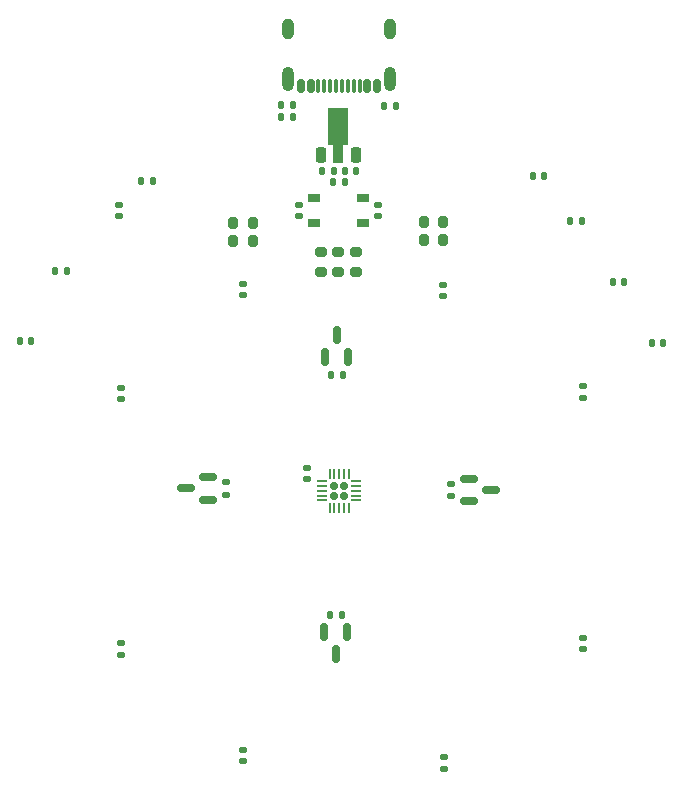
<source format=gbr>
%TF.GenerationSoftware,KiCad,Pcbnew,9.0.4*%
%TF.CreationDate,2025-12-27T15:03:28+03:00*%
%TF.ProjectId,Blinky _hristmas ball,426c696e-6b79-4202-9168-726973746d61,rev?*%
%TF.SameCoordinates,Original*%
%TF.FileFunction,Paste,Top*%
%TF.FilePolarity,Positive*%
%FSLAX46Y46*%
G04 Gerber Fmt 4.6, Leading zero omitted, Abs format (unit mm)*
G04 Created by KiCad (PCBNEW 9.0.4) date 2025-12-27 15:03:28*
%MOMM*%
%LPD*%
G01*
G04 APERTURE LIST*
G04 Aperture macros list*
%AMRoundRect*
0 Rectangle with rounded corners*
0 $1 Rounding radius*
0 $2 $3 $4 $5 $6 $7 $8 $9 X,Y pos of 4 corners*
0 Add a 4 corners polygon primitive as box body*
4,1,4,$2,$3,$4,$5,$6,$7,$8,$9,$2,$3,0*
0 Add four circle primitives for the rounded corners*
1,1,$1+$1,$2,$3*
1,1,$1+$1,$4,$5*
1,1,$1+$1,$6,$7*
1,1,$1+$1,$8,$9*
0 Add four rect primitives between the rounded corners*
20,1,$1+$1,$2,$3,$4,$5,0*
20,1,$1+$1,$4,$5,$6,$7,0*
20,1,$1+$1,$6,$7,$8,$9,0*
20,1,$1+$1,$8,$9,$2,$3,0*%
%AMFreePoly0*
4,1,9,3.862500,-0.866500,0.737500,-0.866500,0.737500,-0.450000,-0.737500,-0.450000,-0.737500,0.450000,0.737500,0.450000,0.737500,0.866500,3.862500,0.866500,3.862500,-0.866500,3.862500,-0.866500,$1*%
G04 Aperture macros list end*
%ADD10RoundRect,0.140000X-0.170000X0.140000X-0.170000X-0.140000X0.170000X-0.140000X0.170000X0.140000X0*%
%ADD11RoundRect,0.147500X0.172500X-0.147500X0.172500X0.147500X-0.172500X0.147500X-0.172500X-0.147500X0*%
%ADD12RoundRect,0.147500X-0.172500X0.147500X-0.172500X-0.147500X0.172500X-0.147500X0.172500X0.147500X0*%
%ADD13RoundRect,0.135000X-0.135000X-0.185000X0.135000X-0.185000X0.135000X0.185000X-0.135000X0.185000X0*%
%ADD14RoundRect,0.140000X0.170000X-0.140000X0.170000X0.140000X-0.170000X0.140000X-0.170000X-0.140000X0*%
%ADD15RoundRect,0.147500X-0.147500X-0.172500X0.147500X-0.172500X0.147500X0.172500X-0.147500X0.172500X0*%
%ADD16RoundRect,0.200000X-0.200000X-0.275000X0.200000X-0.275000X0.200000X0.275000X-0.200000X0.275000X0*%
%ADD17RoundRect,0.150000X0.150000X-0.587500X0.150000X0.587500X-0.150000X0.587500X-0.150000X-0.587500X0*%
%ADD18RoundRect,0.140000X-0.140000X-0.170000X0.140000X-0.170000X0.140000X0.170000X-0.140000X0.170000X0*%
%ADD19RoundRect,0.135000X-0.185000X0.135000X-0.185000X-0.135000X0.185000X-0.135000X0.185000X0.135000X0*%
%ADD20RoundRect,0.200000X0.200000X0.275000X-0.200000X0.275000X-0.200000X-0.275000X0.200000X-0.275000X0*%
%ADD21RoundRect,0.150000X-0.587500X-0.150000X0.587500X-0.150000X0.587500X0.150000X-0.587500X0.150000X0*%
%ADD22RoundRect,0.140000X0.140000X0.170000X-0.140000X0.170000X-0.140000X-0.170000X0.140000X-0.170000X0*%
%ADD23RoundRect,0.135000X0.185000X-0.135000X0.185000X0.135000X-0.185000X0.135000X-0.185000X-0.135000X0*%
%ADD24RoundRect,0.200000X0.275000X-0.200000X0.275000X0.200000X-0.275000X0.200000X-0.275000X-0.200000X0*%
%ADD25RoundRect,0.135000X0.135000X0.185000X-0.135000X0.185000X-0.135000X-0.185000X0.135000X-0.185000X0*%
%ADD26R,1.050000X0.650000*%
%ADD27RoundRect,0.150000X-0.150000X0.587500X-0.150000X-0.587500X0.150000X-0.587500X0.150000X0.587500X0*%
%ADD28RoundRect,0.167500X-0.167500X0.167500X-0.167500X-0.167500X0.167500X-0.167500X0.167500X0.167500X0*%
%ADD29RoundRect,0.050000X-0.050000X0.375000X-0.050000X-0.375000X0.050000X-0.375000X0.050000X0.375000X0*%
%ADD30RoundRect,0.050000X-0.375000X0.050000X-0.375000X-0.050000X0.375000X-0.050000X0.375000X0.050000X0*%
%ADD31RoundRect,0.150000X0.587500X0.150000X-0.587500X0.150000X-0.587500X-0.150000X0.587500X-0.150000X0*%
%ADD32RoundRect,0.225000X0.225000X-0.425000X0.225000X0.425000X-0.225000X0.425000X-0.225000X-0.425000X0*%
%ADD33FreePoly0,90.000000*%
%ADD34RoundRect,0.150000X0.150000X0.425000X-0.150000X0.425000X-0.150000X-0.425000X0.150000X-0.425000X0*%
%ADD35RoundRect,0.075000X0.075000X0.500000X-0.075000X0.500000X-0.075000X-0.500000X0.075000X-0.500000X0*%
%ADD36O,1.000000X2.100000*%
%ADD37O,1.000000X1.800000*%
G04 APERTURE END LIST*
D10*
%TO.C,C6*%
X93300000Y-84070000D03*
X93300000Y-85030000D03*
%TD*%
D11*
%TO.C,D6*%
X116650000Y-78135000D03*
X116650000Y-77165000D03*
%TD*%
D12*
%TO.C,D2*%
X104850000Y-108565000D03*
X104850000Y-109535000D03*
%TD*%
%TO.C,D4*%
X77500000Y-98900000D03*
X77500000Y-99870000D03*
%TD*%
D13*
%TO.C,R9*%
X95290000Y-76200000D03*
X96310000Y-76200000D03*
%TD*%
D14*
%TO.C,C5*%
X92600000Y-62780000D03*
X92600000Y-61820000D03*
%TD*%
D15*
%TO.C,D15*%
X68965000Y-73350000D03*
X69935000Y-73350000D03*
%TD*%
D16*
%TO.C,R10*%
X103175000Y-63250000D03*
X104825000Y-63250000D03*
%TD*%
D17*
%TO.C,Q2*%
X94850000Y-74687500D03*
X96750000Y-74687500D03*
X95800000Y-72812500D03*
%TD*%
D18*
%TO.C,C4*%
X95520000Y-59900000D03*
X96480000Y-59900000D03*
%TD*%
D19*
%TO.C,R11*%
X105462500Y-85427500D03*
X105462500Y-86447500D03*
%TD*%
D20*
%TO.C,R6*%
X88675000Y-64850000D03*
X87025000Y-64850000D03*
%TD*%
D21*
%TO.C,Q3*%
X107012500Y-84987500D03*
X107012500Y-86887500D03*
X108887500Y-85937500D03*
%TD*%
D11*
%TO.C,D8*%
X87850000Y-69467500D03*
X87850000Y-68497500D03*
%TD*%
D15*
%TO.C,D11*%
X119182500Y-68300000D03*
X120152500Y-68300000D03*
%TD*%
D22*
%TO.C,C2*%
X92080000Y-53350000D03*
X91120000Y-53350000D03*
%TD*%
D15*
%TO.C,D16*%
X79265000Y-59800000D03*
X80235000Y-59800000D03*
%TD*%
D23*
%TO.C,R13*%
X86437500Y-86322500D03*
X86437500Y-85302500D03*
%TD*%
D15*
%TO.C,D9*%
X112415000Y-59350000D03*
X113385000Y-59350000D03*
%TD*%
D22*
%TO.C,C3*%
X95530000Y-58950000D03*
X94570000Y-58950000D03*
%TD*%
D24*
%TO.C,R5*%
X94450000Y-67475000D03*
X94450000Y-65825000D03*
%TD*%
D25*
%TO.C,R1*%
X100860000Y-53400000D03*
X99840000Y-53400000D03*
%TD*%
D20*
%TO.C,R12*%
X88675000Y-63350000D03*
X87025000Y-63350000D03*
%TD*%
D12*
%TO.C,D13*%
X77400000Y-61782500D03*
X77400000Y-62752500D03*
%TD*%
D26*
%TO.C,SW1*%
X93875000Y-61225000D03*
X98025000Y-61225000D03*
X93875000Y-63375000D03*
X98025000Y-63375000D03*
%TD*%
D25*
%TO.C,R2*%
X92110000Y-54400000D03*
X91090000Y-54400000D03*
%TD*%
D15*
%TO.C,D12*%
X122465000Y-73500000D03*
X123435000Y-73500000D03*
%TD*%
D27*
%TO.C,Q1*%
X96662500Y-97962500D03*
X94762500Y-97962500D03*
X95712500Y-99837500D03*
%TD*%
D15*
%TO.C,D14*%
X71982500Y-67400000D03*
X72952500Y-67400000D03*
%TD*%
D28*
%TO.C,DD1*%
X96420000Y-85600000D03*
X95600000Y-85600000D03*
X96420000Y-86420000D03*
X95600000Y-86420000D03*
D29*
X96810000Y-84560000D03*
X96410000Y-84560000D03*
X96010000Y-84560000D03*
X95610000Y-84560000D03*
X95210000Y-84560000D03*
D30*
X94560000Y-85210000D03*
X94560000Y-85610000D03*
X94560000Y-86010000D03*
X94560000Y-86410000D03*
X94560000Y-86810000D03*
D29*
X95210000Y-87460000D03*
X95610000Y-87460000D03*
X96010000Y-87460000D03*
X96410000Y-87460000D03*
X96810000Y-87460000D03*
D30*
X97460000Y-86810000D03*
X97460000Y-86410000D03*
X97460000Y-86010000D03*
X97460000Y-85610000D03*
X97460000Y-85210000D03*
%TD*%
D24*
%TO.C,R3*%
X97450000Y-67475000D03*
X97450000Y-65825000D03*
%TD*%
D11*
%TO.C,D5*%
X104800000Y-69517500D03*
X104800000Y-68547500D03*
%TD*%
D31*
%TO.C,Q4*%
X84937500Y-86762500D03*
X84937500Y-84862500D03*
X83062500Y-85812500D03*
%TD*%
D15*
%TO.C,D10*%
X115582500Y-63200000D03*
X116552500Y-63200000D03*
%TD*%
D16*
%TO.C,R8*%
X103175000Y-64750000D03*
X104825000Y-64750000D03*
%TD*%
D10*
%TO.C,C7*%
X99300000Y-61820000D03*
X99300000Y-62780000D03*
%TD*%
D12*
%TO.C,D1*%
X116650000Y-98430000D03*
X116650000Y-99400000D03*
%TD*%
D32*
%TO.C,U1*%
X94450000Y-57550000D03*
D33*
X95950000Y-57462500D03*
D32*
X97450000Y-57550000D03*
%TD*%
D11*
%TO.C,D7*%
X77500000Y-78270000D03*
X77500000Y-77300000D03*
%TD*%
D22*
%TO.C,C1*%
X97430000Y-58950000D03*
X96470000Y-58950000D03*
%TD*%
D25*
%TO.C,R7*%
X96222500Y-96487500D03*
X95202500Y-96487500D03*
%TD*%
D34*
%TO.C,X1*%
X99200000Y-51705000D03*
X98400000Y-51705000D03*
D35*
X97250000Y-51705000D03*
X96250000Y-51705000D03*
X95750000Y-51705000D03*
X94750000Y-51705000D03*
D34*
X93600000Y-51705000D03*
X92800000Y-51705000D03*
X92800000Y-51705000D03*
X93600000Y-51705000D03*
D35*
X94250000Y-51705000D03*
X95250000Y-51705000D03*
X96750000Y-51705000D03*
X97750000Y-51705000D03*
D34*
X98400000Y-51705000D03*
X99200000Y-51705000D03*
D36*
X100320000Y-51130000D03*
D37*
X100320000Y-46950000D03*
D36*
X91680000Y-51130000D03*
D37*
X91680000Y-46950000D03*
%TD*%
D24*
%TO.C,R4*%
X95950000Y-67475000D03*
X95950000Y-65825000D03*
%TD*%
D12*
%TO.C,D3*%
X87850000Y-107930000D03*
X87850000Y-108900000D03*
%TD*%
M02*

</source>
